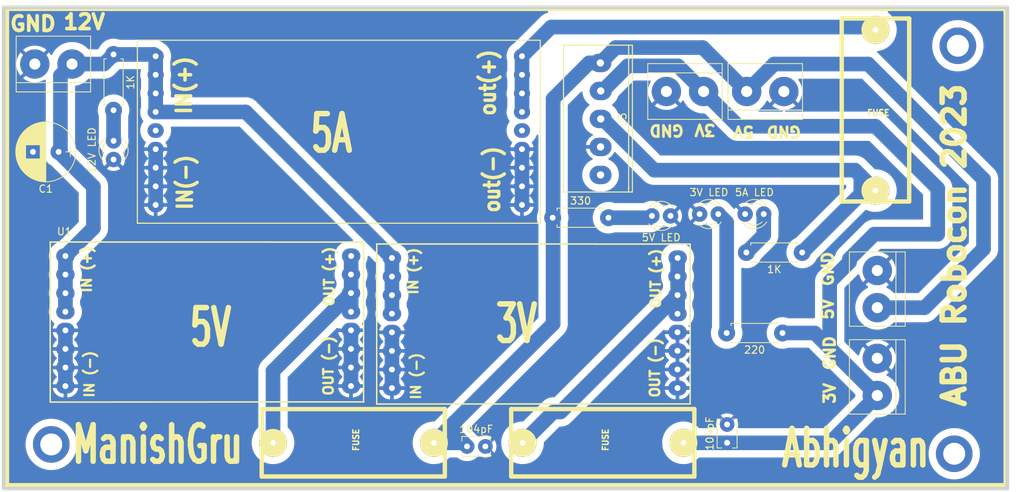
<source format=kicad_pcb>
(kicad_pcb (version 20211014) (generator pcbnew)
  (layers (0 "F.Cu" signal) (31 "B.Cu" signal) (34 "B.Paste" user) (35 "F.Paste" user) (36 "B.SilkS" user "B.Silkscreen") (37 "F.SilkS" user "F.Silkscreen") (38 "B.Mask" user) (39 "F.Mask" user) (44 "Edge.Cuts" user))
  (net 0 "")
  (net 1 "12V")
  (net 2 "Net-(F1-Pad1)")
  (net 3 "B5V")
  (net 4 "Net-(F2-Pad1)")
  (net 5 "B3V")
  (net 6 "B5A")
  (net 7 "GND")
  (net 8 "Net-(D1-Pad2)")
  (net 9 "Net-(D2-Pad2)")
  (net 10 "Net-(D3-Pad2)")
  (net 11 "Net-(D4-Pad2)")
  (net 12 "Net-(U3-Pad3)")
  (footprint "Robotics_club_modFiles:Resistor_small" (layer "F.Cu") (at 121.81 59.25 180)
    (fp_text reference "220" (at 3.81 -2.31) (layer "F.SilkS"))
    (fp_text value "220")
    (fp_line (start 7.02 -1.31) (end 7.02 -0.98) (layer "F.SilkS") (width 0.12))
    (fp_line (start 0.6 -1.31) (end 7.02 -1.31) (layer "F.SilkS") (width 0.12))
    (fp_line (start 7.02 1.31) (end 7.02 0.98) (layer "F.SilkS") (width 0.12))
    (fp_line (start 0.6 0.98) (end 0.6 1.31) (layer "F.SilkS") (width 0.12))
    (fp_line (start 0.6 -0.98) (end 0.6 -1.31) (layer "F.SilkS") (width 0.12))
    (fp_line (start 0.6 1.31) (end 7.02 1.31) (layer "F.SilkS") (width 0.12))
    (pad "1" thru_hole circle locked (at 0 0 180) (size 2.3 2.3) (drill 0.8) (layers *.Cu *.Mask) (net 5 "B3V"))
    (pad "2" thru_hole circle locked (at 7.62 0 180) (size 2.3 2.3) (drill 0.8) (layers *.Cu *.Mask) (net 9 "Net-(D2-Pad2)"))
  )
  (footprint "Robotics_club_modFiles:Buck_Regulator" (layer "F.Cu") (at 23.93 48.73)
    (fp_text reference "U1" (at -0.14 -3.35) (layer "F.SilkS"))
    (fp_text value "5V")
    (fp_text user "OUT (-)" (at 35.9 15 90) (layer "F.SilkS") (effects (font (size 1.3 1.3) (thickness 0.325))))
    (fp_text user "OUT (+)" (at 36 2.8 90) (layer "F.SilkS") (effects (font (size 1.3 1.3) (thickness 0.325))))
    (fp_text user "IN (+)" (at 2.9 1.8 90) (layer "F.SilkS") (effects (font (size 1.3 1.3) (thickness 0.325))))
    (fp_text user "IN (-)" (at 3.275 16.15 90) (layer "F.SilkS") (effects (font (size 1.3 1.3) (thickness 0.3))))
    (fp_line (start 27.7 -1.9) (end 27.9 -1.9) (layer "F.SilkS") (width 0.2))
    (fp_line (start -2.1 -1.91) (end 27.74 -1.91) (layer "F.SilkS") (width 0.2))
    (fp_line (start 27.87 19.94) (end 40.74 19.94) (layer "F.SilkS") (width 0.2))
    (fp_line (start 27.8 -1.9) (end 40.7 -1.9) (layer "F.SilkS") (width 0.2))
    (fp_line (start -2.07 -0.93) (end -2.07 -1.92) (layer "F.SilkS") (width 0.2))
    (fp_line (start 40.7 -1.9) (end 40.7 19.9) (layer "F.SilkS") (width 0.2))
    (fp_line (start -2.08 19.96) (end 27.91 19.94) (layer "F.SilkS") (width 0.2))
    (fp_line (start -2.08 -0.9) (end -2.08 19.9) (layer "F.SilkS") (width 0.2))
    (pad "1" thru_hole oval (at 0 5.08) (size 2.5 2.05) (drill 0.8) (layers *.Cu *.Mask) (net 1 "12V"))
    (pad "1" thru_hole oval (at 0 2.54) (size 2.5 2.05) (drill 0.8) (layers *.Cu *.Mask) (net 1 "12V"))
    (pad "1" thru_hole oval (at 0 0) (size 2.5 2.05) (drill 0.8) (layers *.Cu *.Mask) (net 1 "12V"))
    (pad "1" thru_hole oval (at 0 7.62) (size 2.5 2.05) (drill 0.8) (layers *.Cu *.Mask) (net 1 "12V"))
    (pad "2" thru_hole oval (at 0 12.7) (size 2.5 2.05) (drill 0.8) (layers *.Cu *.Mask) (net 7 "GND"))
    (pad "2" thru_hole oval (at 0 15.24) (size 2.5 2.05) (drill 0.8) (layers *.Cu *.Mask) (net 7 "GND"))
    (pad "2" thru_hole oval (at 0 10.16) (size 2.5 2.05) (drill 0.8) (layers *.Cu *.Mask) (net 7 "GND"))
    (pad "2" thru_hole oval (at 0 17.78) (size 2.5 2.05) (drill 0.8) (layers *.Cu *.Mask) (net 7 "GND"))
    (pad "3" thru_hole oval (at 38.98 7.63) (size 2.5 2.05) (drill 0.8) (layers *.Cu *.Mask) (net 2 "Net-(F1-Pad1)"))
    (pad "3" thru_hole oval (at 38.98 5.07) (size 2.5 2.05) (drill 0.8) (layers *.Cu *.Mask) (net 2 "Net-(F1-Pad1)"))
    (pad "3" thru_hole oval (at 38.98 2.53) (size 2.5 2.05) (drill 0.8) (layers *.Cu *.Mask) (net 2 "Net-(F1-Pad1)"))
    (pad "3" thru_hole oval (at 39 0) (size 2.5 2.05) (drill 0.8) (layers *.Cu *.Mask) (net 2 "Net-(F1-Pad1)"))
    (pad "4" thru_hole oval (at 38.98 12.69) (size 2.5 2.05) (drill 0.8) (layers *.Cu *.Mask) (net 7 "GND"))
    (pad "4" thru_hole oval (at 38.98 15.23) (size 2.5 2.05) (drill 0.8) (layers *.Cu *.Mask) (net 7 "GND"))
    (pad "4" thru_hole oval (at 38.98 10.15) (size 2.5 2.05) (drill 0.8) (layers *.Cu *.Mask) (net 7 "GND"))
    (pad "4" thru_hole oval (at 38.98 17.77) (size 2.5 2.05) (drill 0.8) (layers *.Cu *.Mask) (net 7 "GND"))
  )
  (footprint "Robotics_club_modFiles:Capacitor_Disc_Small" (layer "F.Cu") (at 114.25 74.25 90)
    (fp_text reference "104pF" (at 1.25 -2.36 90) (layer "F.SilkS"))
    (fp_text value "104pF")
    (fp_line (start -0.71 0.75) (end -0.71 1.36) (layer "F.SilkS") (width 0.12))
    (fp_line (start 3.21 -1.36) (end 3.21 -0.75) (layer "F.SilkS") (width 0.12))
    (fp_line (start 3.21 0.75) (end 3.21 1.36) (layer "F.SilkS") (width 0.12))
    (fp_line (start -0.71 1.36) (end 3.21 1.36) (layer "F.SilkS") (width 0.12))
    (fp_line (start -0.71 -1.36) (end 3.21 -1.36) (layer "F.SilkS") (width 0.12))
    (fp_line (start -0.71 -1.36) (end -0.71 -0.75) (layer "F.SilkS") (width 0.12))
    (pad "1" thru_hole circle locked (at 0 0 90) (size 2 2) (drill 0.8) (layers *.Cu *.Mask) (net 5 "B3V"))
    (pad "2" thru_hole circle locked (at 2.5 0 90) (size 2 2) (drill 0.8) (layers *.Cu *.Mask) (net 7 "GND"))
  )
  (footprint "Robotics_club_modFiles:Capacitor_Disc_Small" (layer "F.Cu") (at 78.75 74.75)
    (fp_text reference "104pF" (at 1.25 -2.36) (layer "F.SilkS"))
    (fp_text value "104pf")
    (fp_line (start 3.21 0.75) (end 3.21 1.36) (layer "F.SilkS") (width 0.12))
    (fp_line (start -0.71 0.75) (end -0.71 1.36) (layer "F.SilkS") (width 0.12))
    (fp_line (start -0.71 1.36) (end 3.21 1.36) (layer "F.SilkS") (width 0.12))
    (fp_line (start -0.71 -1.36) (end -0.71 -0.75) (layer "F.SilkS") (width 0.12))
    (fp_line (start -0.71 -1.36) (end 3.21 -1.36) (layer "F.SilkS") (width 0.12))
    (fp_line (start 3.21 -1.36) (end 3.21 -0.75) (layer "F.SilkS") (width 0.12))
    (pad "1" thru_hole circle locked (at 0 0) (size 2 2) (drill 0.8) (layers *.Cu *.Mask) (net 3 "B5V"))
    (pad "2" thru_hole circle locked (at 2.5 0) (size 2 2) (drill 0.8) (layers *.Cu *.Mask) (net 7 "GND"))
  )
  (footprint "Robotics_club_modFiles:Capacitor_100uF" (layer "F.Cu") (at 23 34.5 180)
    (fp_text reference "C1" (at 1.75 -5.06) (layer "F.SilkS"))
    (fp_text value "100uF")
    (fp_line (start 3.151 0.98) (end 3.151 3.803) (layer "F.SilkS") (width 0.12))
    (fp_line (start 4.471 0.98) (end 4.471 3.015) (layer "F.SilkS") (width 0.12))
    (fp_line (start 4.351 0.98) (end 4.351 3.118) (layer "F.SilkS") (width 0.12))
    (fp_line (start 2.631 0.98) (end 2.631 3.955) (layer "F.SilkS") (width 0.12))
    (fp_line (start 4.591 -2.904) (end 4.591 2.904) (layer "F.SilkS") (width 0.12))
    (fp_line (start -1.6 -0.65) (end -1.6 0.65) (layer "F.SilkS") (width 0.12))
    (fp_line (start 4.391 -3.084) (end 4.391 -0.98) (layer "F.SilkS") (width 0.12))
    (fp_line (start 3.511 -3.652) (end 3.511 -0.98) (layer "F.SilkS") (width 0.12))
    (fp_line (start 3.311 0.98) (end 3.311 3.741) (layer "F.SilkS") (width 0.12))
    (fp_line (start 4.751 -2.74) (end 4.751 2.74) (layer "F.SilkS") (width 0.12))
    (fp_line (start 1.95 -4.046) (end 1.95 4.046) (layer "F.SilkS") (width 0.12))
    (fp_line (start 3.551 -3.633) (end 3.551 -0.98) (layer "F.SilkS") (width 0.12))
    (fp_line (start 4.431 -3.05) (end 4.431 -0.98) (layer "F.SilkS") (width 0.12))
    (fp_line (start 5.671 -1.127) (end 5.671 1.127) (layer "F.SilkS") (width 0.12))
    (fp_line (start 4.191 -3.243) (end 4.191 -0.98) (layer "F.SilkS") (width 0.12))
    (fp_line (start 3.711 -3.55) (end 3.711 -0.98) (layer "F.SilkS") (width 0.12))
    (fp_line (start 3.671 0.98) (end 3.671 3.572) (layer "F.SilkS") (width 0.12))
    (fp_line (start 3.431 -3.69) (end 3.431 -0.98) (layer "F.SilkS") (width 0.12))
    (fp_line (start 2.711 0.98) (end 2.711 3.936) (layer "F.SilkS") (width 0.12))
    (fp_line (start 3.111 0.98) (end 3.111 3.818) (layer "F.SilkS") (width 0.12))
    (fp_line (start 4.271 0.98) (end 4.271 3.182) (layer "F.SilkS") (width 0.12))
    (fp_line (start 4.391 0.98) (end 4.391 3.084) (layer "F.SilkS") (width 0.12))
    (fp_line (start 5.311 -1.974) (end 5.311 1.974) (layer "F.SilkS") (width 0.12))
    (fp_line (start 3.231 0.98) (end 3.231 3.773) (layer "F.SilkS") (width 0.12))
    (fp_line (start 3.391 0.98) (end 3.391 3.707) (layer "F.SilkS") (width 0.12))
    (fp_line (start 4.151 -3.272) (end 4.151 -0.98) (layer "F.SilkS") (width 0.12))
    (fp_line (start 3.591 0.98) (end 3.591 3.613) (layer "F.SilkS") (width 0.12))
    (fp_line (start 5.511 -1.57) (end 5.511 1.57) (layer "F.SilkS") (width 0.12))
    (fp_line (start 2.631 -3.955) (end 2.631 -0.98) (layer "F.SilkS") (width 0.12))
    (fp_line (start 5.351 -1.902) (end 5.351 1.902) (layer "F.SilkS") (width 0.12))
    (fp_line (start 4.111 -3.301) (end 4.111 -0.98) (layer "F.SilkS") (width 0.12))
    (fp_line (start 4.231 -3.213) (end 4.231 -0.98) (layer "F.SilkS") (width 0.12))
    (fp_line (start 3.631 0.98) (end 3.631 3.593) (layer "F.SilkS") (width 0.12))
    (fp_line (start 2.871 0.98) (end 2.871 3.894) (layer "F.SilkS") (width 0.12))
    (fp_line (start 3.351 -3.725) (end 3.351 -0.98) (layer "F.SilkS") (width 0.12))
    (fp_line (start 4.151 0.98) (end 4.151 3.272) (layer "F.SilkS") (width 0.12))
    (fp_line (start 3.871 -3.458) (end 3.871 -0.98) (layer "F.SilkS") (width 0.12))
    (fp_line (start 2.831 -3.905) (end 2.831 -0.98) (layer "F.SilkS") (width 0.12))
    (fp_line (start 2.11 -4.035) (end 2.11 4.035) (layer "F.SilkS") (width 0.12))
    (fp_line (start 4.831 -2.652) (end 4.831 2.652) (layer "F.SilkS") (width 0.12))
    (fp_line (start 2.911 -3.883) (end 2.911 -0.98) (layer "F.SilkS") (width 0.12))
    (fp_line (start 4.031 0.98) (end 4.031 3.356) (layer "F.SilkS") (width 0.12))
    (fp_line (start 3.071 -3.832) (end 3.071 -0.98) (layer "F.SilkS") (width 0.12))
    (fp_line (start 3.511 0.98) (end 3.511 3.652) (layer "F.SilkS") (width 0.12))
    (fp_line (start 3.271 0.98) (end 3.271 3.758) (layer "F.SilkS") (width 0.12))
    (fp_line (start 5.591 -1.369) (end 5.591 1.369) (layer "F.SilkS") (width 0.12))
    (fp_line (start 4.551 -2.942) (end 4.551 2.942) (layer "F.SilkS") (width 0.12))
    (fp_line (start 3.191 -3.789) (end 3.191 -0.98) (layer "F.SilkS") (width 0.12))
    (fp_line (start 3.191 0.98) (end 3.191 3.789) (layer "F.SilkS") (width 0.12))
    (fp_line (start 3.631 -3.593) (end 3.631 -0.98) (layer "F.SilkS") (width 0.12))
    (fp_line (start 3.791 -3.505) (end 3.791 -0.98) (layer "F.SilkS") (width 0.12))
    (fp_line (start 2.751 0.98) (end 2.751 3.926) (layer "F.SilkS") (width 0.12))
    (fp_line (start 4.631 -2.865) (end 4.631 2.865) (layer "F.SilkS") (width 0.12))
    (fp_line (start 5.711 -0.983) (end 5.711 0.983) (layer "F.SilkS") (width 0.12))
    (fp_line (start 2.31 -4.012) (end 2.31 4.012) (layer "F.SilkS") (width 0.12))
    (fp_line (start 3.831 0.98) (end 3.831 3.482) (layer "F.SilkS") (width 0.12))
    (fp_line (start 3.591 -3.613) (end 3.591 -0.98) (layer "F.SilkS") (width 0.12))
    (fp_line (start 2.39 -4) (end 2.39 4) (layer "F.SilkS") (width 0.12))
    (fp_line (start 5.191 -2.173) (end 5.191 2.173) (layer "F.SilkS") (width 0.12))
    (fp_line (start 2.591 0.98) (end 2.591 3.963) (layer "F.SilkS") (width 0.12))
    (fp_line (start 3.271 -3.758) (end 3.271 -0.98) (layer "F.SilkS") (width 0.12))
    (fp_line (start 3.991 -3.383) (end 3.991 -0.98) (layer "F.SilkS") (width 0.12))
    (fp_line (start 5.111 -2.293) (end 5.111 2.293) (layer "F.SilkS") (width 0.12))
    (fp_line (start 2.751 -3.926) (end 2.751 -0.98) (layer "F.SilkS") (width 0.12))
    (fp_line (start 3.471 -3.671) (end 3.471 -0.98) (layer "F.SilkS") (width 0.12))
    (fp_line (start 2.911 0.98) (end 2.911 3.883) (layer "F.SilkS") (width 0.12))
    (fp_line (start 2.791 0.98) (end 2.791 3.916) (layer "F.SilkS") (width 0.12))
    (fp_line (start 2.35 -4.006) (end 2.35 4.006) (layer "F.SilkS") (width 0.12))
    (fp_line (start 4.671 -2.824) (end 4.671 2.824) (layer "F.SilkS") (width 0.12))
    (fp_line (start 3.391 -3.707) (end 3.391 -0.98) (layer "F.SilkS") (width 0.12))
    (fp_line (start 4.711 -2.783) (end 4.711 2.783) (layer "F.SilkS") (width 0.12))
    (fp_line (start 2.07 -4.038) (end 2.07 4.038) (layer "F.SilkS") (width 0.12))
    (fp_line (start 3.751 0.98) (end 3.751 3.528) (layer "F.SilkS") (width 0.12))
    (fp_line (start 2.991 0.98) (end 2.991 3.858) (layer "F.SilkS") (width 0.12))
    (fp_line (start 5.431 -1.745) (end 5.431 1.745) (layer "F.SilkS") (width 0.12))
    (fp_line (start 2.591 -3.963) (end 2.591 -0.98) (layer "F.SilkS") (width 0.12))
    (fp_line (start 2.511 -3.979) (end 2.511 3.979) (layer "F.SilkS") (width 0.12))
    (fp_line (start 5.071 -2.349) (end 5.071 2.349) (layer "F.SilkS") (width 0.12))
    (fp_line (start -2.2 0) (end -1 0) (layer "F.SilkS") (width 0.12))
    (fp_line (start 4.871 -2.605) (end 4.871 2.605) (layer "F.SilkS") (width 0.12))
    (fp_line (start 3.471 0.98) (end 3.471 3.671) (layer "F.SilkS") (width 0.12))
    (fp_line (start 4.951 -2.508) (end 4.951 2.508) (layer "F.SilkS") (width 0.12))
    (fp_line (start 2.711 -3.936) (end 2.711 -0.98) (layer "F.SilkS") (width 0.12))
    (fp_line (start 3.871 0.98) (end 3.871 3.458) (layer "F.SilkS") (width 0.12))
    (fp_line (start 4.311 -3.15) (end 4.311 -0.98) (layer "F.SilkS") (width 0.12))
    (fp_line (start 2.23 -4.022) (end 2.23 4.022) (layer "F.SilkS") (width 0.12))
    (fp_line (start 3.751 -3.528) (end 3.751 -0.98) (layer "F.SilkS") (width 0.12))
    (fp_line (start 3.951 -3.408) (end 3.951 -0.98) (layer "F.SilkS") (width 0.12))
    (fp_line (start 3.551 0.98) (end 3.551 3.633) (layer "F.SilkS") (width 0.12))
    (fp_line (start 2.43 -3.994) (end 2.43 3.994) (layer "F.SilkS") (width 0.12))
    (fp_line (start 1.99 -4.043) (end 1.99 4.043) (layer "F.SilkS") (width 0.12))
    (fp_line (start 4.031 -3.356) (end 4.031 -0.98) (layer "F.SilkS") (width 0.12))
    (fp_line (start 5.391 -1.826) (end 5.391 1.826) (layer "F.SilkS") (width 0.12))
    (fp_line (start 3.351 0.98) (end 3.351 3.725) (layer "F.SilkS") (width 0.12))
    (fp_line (start 4.511 -2.979) (end 4.511 2.979) (layer "F.SilkS") (width 0.12))
    (fp_line (start 2.19 -4.027) (end 2.19 4.027) (layer "F.SilkS") (width 0.12))
    (fp_line (start 5.031 -2.404) (end 5.031 2.404) (layer "F.SilkS") (width 0.12))
    (fp_line (start 3.031 -3.845) (end 3.031 -0.98) (layer "F.SilkS") (width 0.12))
    (fp_line (start 2.991 -3.858) (end 2.991 -0.98) (layer "F.SilkS") (width 0.12))
    (fp_line (start 4.911 -2.557) (end 4.911 2.557) (layer "F.SilkS") (width 0.12))
    (fp_line (start 2.791 -3.916) (end 2.791 -0.98) (layer "F.SilkS") (width 0.12))
    (fp_line (start 4.351 -3.118) (end 4.351 -0.98) (layer "F.SilkS") (width 0.12))
    (fp_line (start 3.151 -3.803) (end 3.151 -0.98) (layer "F.SilkS") (width 0.12))
    (fp_line (start 2.15 -4.031) (end 2.15 4.031) (layer "F.SilkS") (width 0.12))
    (fp_line (start 2.27 -4.017) (end 2.27 4.017) (layer "F.SilkS") (width 0.12))
    (fp_line (start 2.551 0.98) (end 2.551 3.971) (layer "F.SilkS") (width 0.12))
    (fp_line (start 3.991 0.98) (end 3.991 3.383) (layer "F.SilkS") (width 0.12))
    (fp_line (start 5.551 -1.473) (end 5.551 1.473) (layer "F.SilkS") (width 0.12))
    (fp_line (start 5.751 -0.814) (end 5.751 0.814) (layer "F.SilkS") (width 0.12))
    (fp_line (start 5.271 -2.043) (end 5.271 2.043) (layer "F.SilkS") (width 0.12))
    (fp_line (start 3.831 -3.482) (end 3.831 -0.98) (layer "F.SilkS") (width 0.12))
    (fp_line (start 2.951 0.98) (end 2.951 3.87) (layer "F.SilkS") (width 0.12))
    (fp_line (start 5.631 -1.254) (end 5.631 1.254) (layer "F.SilkS") (width 0.12))
    (fp_line (start 3.431 0.98) (end 3.431 3.69) (layer "F.SilkS") (width 0.12))
    (fp_line (start 3.671 -3.572) (end 3.671 -0.98) (layer "F.SilkS") (width 0.12))
    (fp_line (start 2.03 -4.041) (end 2.03 4.041) (layer "F.SilkS") (width 0.12))
    (fp_line (start 2.671 -3.946) (end 2.671 -0.98) (layer "F.SilkS") (width 0.12))
    (fp_line (start 2.871 -3.894) (end 2.871 -0.98) (layer "F.SilkS") (width 0.12))
    (fp_line (start 3.951 0.98) (end 3.951 3.408) (layer "F.SilkS") (width 0.12))
    (fp_line (start 2.831 0.98) (end 2.831 3.905) (layer "F.SilkS") (width 0.12))
    (fp_line (start 1.91 -4.047) (end 1.91 4.047) (layer "F.SilkS") (width 0.12))
    (fp_line (start 4.431 0.98) (end 4.431 3.05) (layer "F.SilkS") (width 0.12))
    (fp_line (start 3.711 0.98) (end 3.711 3.55) (layer "F.SilkS") (width 0.12))
    (fp_line (start 5.471 -1.66) (end 5.471 1.66) (layer "F.SilkS") (width 0.12))
    (fp_line (start 4.311 0.98) (end 4.311 3.15) (layer "F.SilkS") (width 0.12))
    (fp_line (start 5.231 -2.109) (end 5.231 2.109) (layer "F.SilkS") (width 0.12))
    (fp_line (start 3.911 -3.434) (end 3.911 -0.98) (layer "F.SilkS") (width 0.12))
    (fp_line (start 3.071 0.98) (end 3.071 3.832) (layer "F.SilkS") (width 0.12))
    (fp_line (start 3.311 -3.741) (end 3.311 -0.98) (layer "F.SilkS") (width 0.12))
    (fp_line (start 4.111 0.98) (end 4.111 3.301) (layer "F.SilkS") (width 0.12))
    (fp_line (start 1.83 -4.05) (end 1.83 4.05) (layer "F.SilkS") (width 0.12))
    (fp_line (start 3.791 0.98) (end 3.791 3.505) (layer "F.SilkS") (width 0.12))
    (fp_line (start 4.271 -3.182) (end 4.271 -0.98) (layer "F.SilkS") (width 0.12))
    (fp_line (start 3.231 -3.773) (end 3.231 -0.98) (layer "F.SilkS") (width 0.12))
    (fp_line (start 1.79 -4.05) (end 1.79 4.05) (layer "F.SilkS") (width 0.12))
    (fp_line (start 4.991 -2.457) (end 4.991 2.457) (layer "F.SilkS") (width 0.12))
    (fp_line (start 3.911 0.98) (end 3.911 3.434) (layer "F.SilkS") (width 0.12))
    (fp_line (start 2.551 -3.971) (end 2.551 -0.98) (layer "F.SilkS") (width 0.12))
    (fp_line (start 4.231 0.98) (end 4.231 3.213) (layer "F.SilkS") (width 0.12))
    (fp_line (start 2.951 -3.87) (end 2.951 -0.98) (layer "F.SilkS") (width 0.12))
    (fp_line (start 5.151 -2.234) (end 5.151 2.234) (layer "F.SilkS") (width 0.12))
    (fp_line (start 2.471 -3.987) (end 2.471 3.987) (layer "F.SilkS") (width 0.12))
    (fp_line (start 2.671 0.98) (end 2.671 3.946) (layer "F.SilkS") (width 0.12))
    (fp_line (start 4.791 -2.697) (end 4.791 2.697) (layer "F.SilkS") (width 0.12))
    (fp_line (start 5.791 -0.598) (end 5.791 0.598) (layer "F.SilkS") (width 0.12))
    (fp_line (start 4.191 0.98) (end 4.191 3.243) (layer "F.SilkS") (width 0.12))
    (fp_line (start 1.75 -4.05) (end 1.75 4.05) (layer "F.SilkS") (width 0.12))
    (fp_line (start 3.031 0.98) (end 3.031 3.845) (layer "F.SilkS") (width 0.12))
    (fp_line (start 1.87 -4.049) (end 1.87 4.049) (layer "F.SilkS") (width 0.12))
    (fp_line (start 3.111 -3.818) (end 3.111 -0.98) (layer "F.SilkS") (width 0.12))
    (fp_line (start 4.471 -3.015) (end 4.471 -0.98) (layer "F.SilkS") (width 0.12))
    (fp_line (start 5.831 -0.246) (end 5.831 0.246) (layer "F.SilkS") (width 0.12))
    (fp_line (start 4.071 -3.329) (end 4.071 -0.98) (layer "F.SilkS") (width 0.12))
    (fp_line (start 4.071 0.98) (end 4.071 3.329) (layer "F.SilkS") (width 0.12))
    (fp_circle (center 1.75 0) (end 5.84 0) (layer "F.SilkS") (width 0.12) (fill none))
    (pad "1" thru_hole circle locked (at 0 0 180) (size 2.2 2.2) (drill 0.8) (layers *.Cu *.Mask) (net 1 "12V"))
    (pad "2" thru_hole circle locked (at 3.5 0 180) (size 2.2 2.2) (drill 0.8) (layers *.Cu *.Mask) (net 7 "GND"))
  )
  (footprint "Robotics_club_modFiles:Buck_Regulator" (layer "F.Cu") (at 68.5 49)
    (fp_text reference "U2" hide)
    (fp_text value "3V")
    (fp_text user "IN (-)" (at 3.275 16.15 90) (layer "F.SilkS") (effects (font (size 1.3 1.3) (thickness 0.3))))
    (fp_text user "OUT (-)" (at 35.9 15 90) (layer "F.SilkS") (effects (font (size 1.3 1.3) (thickness 0.325))))
    (fp_text user "OUT (+)" (at 36 2.8 90) (layer "F.SilkS") (effects (font (size 1.3 1.3) (thickness 0.325))))
    (fp_text user "IN (+)" (at 2.9 1.8 90) (layer "F.SilkS") (effects (font (size 1.3 1.3) (thickness 0.325))))
    (fp_line (start 40.7 -1.9) (end 40.7 19.9) (layer "F.SilkS") (width 0.2))
    (fp_line (start 27.7 -1.9) (end 27.9 -1.9) (layer "F.SilkS") (width 0.2))
    (fp_line (start 27.87 19.94) (end 40.74 19.94) (layer "F.SilkS") (width 0.2))
    (fp_line (start -2.08 19.96) (end 27.91 19.94) (layer "F.SilkS") (width 0.2))
    (fp_line (start -2.07 -0.93) (end -2.07 -1.92) (layer "F.SilkS") (width 0.2))
    (fp_line (start -2.1 -1.91) (end 27.74 -1.91) (layer "F.SilkS") (width 0.2))
    (fp_line (start 27.8 -1.9) (end 40.7 -1.9) (layer "F.SilkS") (width 0.2))
    (fp_line (start -2.08 -0.9) (end -2.08 19.9) (layer "F.SilkS") (width 0.2))
    (pad "1" thru_hole oval (at 0 7.62) (size 2.5 2.05) (drill 0.8) (layers *.Cu *.Mask) (net 1 "12V"))
    (pad "1" thru_hole oval (at 0 2.54) (size 2.5 2.05) (drill 0.8) (layers *.Cu *.Mask) (net 1 "12V"))
    (pad "1" thru_hole oval (at 0 0) (size 2.5 2.05) (drill 0.8) (layers *.Cu *.Mask) (net 1 "12V"))
    (pad "1" thru_hole oval (at 0 5.08) (size 2.5 2.05) (drill 0.8) (layers *.Cu *.Mask) (net 1 "12V"))
    (pad "2" thru_hole oval (at 0 10.16) (size 2.5 2.05) (drill 0.8) (layers *.Cu *.Mask) (net 7 "GND"))
    (pad "2" thru_hole oval (at 0 12.7) (size 2.5 2.05) (drill 0.8) (layers *.Cu *.Mask) (net 7 "GND"))
    (pad "2" thru_hole oval (at 0 17.78) (size 2.5 2.05) (drill 0.8) (layers *.Cu *.Mask) (net 7 "GND"))
    (pad "2" thru_hole oval (at 0 15.24) (size 2.5 2.05) (drill 0.8) (layers *.Cu *.Mask) (net 7 "GND"))
    (pad "3" thru_hole oval (at 38.98 7.63) (size 2.5 2.05) (drill 0.8) (layers *.Cu *.Mask) (net 4 "Net-(F2-Pad1)"))
    (pad "3" thru_hole oval (at 38.98 2.53) (size 2.5 2.05) (drill 0.8) (layers *.Cu *.Mask) (net 4 "Net-(F2-Pad1)"))
    (pad "3" thru_hole oval (at 38.98 5.07) (size 2.5 2.05) (drill 0.8) (layers *.Cu *.Mask) (net 4 "Net-(F2-Pad1)"))
    (pad "3" thru_hole oval (at 39 0) (size 2.5 2.05) (drill 0.8) (layers *.Cu *.Mask) (net 4 "Net-(F2-Pad1)"))
    (pad "4" thru_hole oval (at 38.98 17.77) (size 2.5 2.05) (drill 0.8) (layers *.Cu *.Mask) (net 7 "GND"))
    (pad "4" thru_hole oval (at 38.98 10.15) (size 2.5 2.05) (drill 0.8) (layers *.Cu *.Mask) (net 7 "GND"))
    (pad "4" thru_hole oval (at 38.98 15.23) (size 2.5 2.05) (drill 0.8) (layers *.Cu *.Mask) (net 7 "GND"))
    (pad "4" thru_hole oval (at 38.98 12.69) (size 2.5 2.05) (drill 0.8) (layers *.Cu *.Mask) (net 7 "GND"))
  )
  (footprint "Robotics_club_modFiles:bornier2" (layer "F.Cu") (at 19.75 22.5)
    (fp_text reference "J1" hide)
    (fp_text value "Bournier")
    (fp_line (start -2.54 3.81) (end 7.62 3.81) (layer "F.SilkS") (width 0.12))
    (fp_line (start 7.62 -3.81) (end -2.54 -3.81) (layer "F.SilkS") (width 0.12))
    (fp_line (start 7.62 2.54) (end -2.54 2.54) (layer "F.SilkS") (width 0.12))
    (fp_line (start -2.54 -3.81) (end -2.54 3.81) (layer "F.SilkS") (width 0.12))
    (fp_line (start 7.62 3.81) (end 7.62 -3.81) (layer "F.SilkS") (width 0.12))
    (pad "1" thru_hole circle locked (at 0 0) (size 4 4) (drill 1.52) (layers *.Cu *.Mask) (net 7 "GND"))
    (pad "2" thru_hole circle locked (at 5.08 0) (size 4 4) (drill 1.52) (layers *.Cu *.Mask) (net 1 "12V"))
  )
  (footprint "Robotics_club_modFiles:bornier2" (layer "F.Cu") (at 111.04 26.25 180)
    (fp_text reference "J5" hide)
    (fp_text value "Bournier")
    (fp_line (start -2.54 -3.81) (end -2.54 3.81) (layer "F.SilkS") (width 0.12))
    (fp_line (start -2.54 3.81) (end 7.62 3.81) (layer "F.SilkS") (width 0.12))
    (fp_line (start 7.62 3.81) (end 7.62 -3.81) (layer "F.SilkS") (width 0.12))
    (fp_line (start 7.62 -3.81) (end -2.54 -3.81) (layer "F.SilkS") (width 0.12))
    (fp_line (start 7.62 2.54) (end -2.54 2.54) (layer "F.SilkS") (width 0.12))
    (pad "1" thru_hole circle locked (at 0 0 180) (size 4 4) (drill 1.52) (layers *.Cu *.Mask) (net 5 "B3V"))
    (pad "2" thru_hole circle locked (at 5.08 0 180) (size 4 4) (drill 1.52) (layers *.Cu *.Mask) (net 7 "GND"))
  )
  (footprint "Robotics_club_modFiles:Resistor_small" (layer "F.Cu") (at 30.5 21.19 -90)
    (fp_text reference "1K" (at 3.81 -2.31 90) (layer "F.SilkS"))
    (fp_text value "1k")
    (fp_line (start 0.6 0.98) (end 0.6 1.31) (layer "F.SilkS") (width 0.12))
    (fp_line (start 0.6 -0.98) (end 0.6 -1.31) (layer "F.SilkS") (width 0.12))
    (fp_line (start 0.6 -1.31) (end 7.02 -1.31) (layer "F.SilkS") (width 0.12))
    (fp_line (start 7.02 1.31) (end 7.02 0.98) (layer "F.SilkS") (width 0.12))
    (fp_line (start 0.6 1.31) (end 7.02 1.31) (layer "F.SilkS") (width 0.12))
    (fp_line (start 7.02 -1.31) (end 7.02 -0.98) (layer "F.SilkS") (width 0.12))
    (pad "1" thru_hole circle locked (at 0 0 270) (size 2.3 2.3) (drill 0.8) (layers *.Cu *.Mask) (net 1 "12V"))
    (pad "2" thru_hole circle locked (at 7.62 0 270) (size 2.3 2.3) (drill 0.8) (layers *.Cu *.Mask) (net 8 "Net-(D1-Pad2)"))
  )
  (footprint "Robotics_club_modFiles:LED_D3.0mm" (layer "F.Cu") (at 110.5 43)
    (fp_text reference "3V LED" (at 1.27 -2.96) (layer "F.SilkS"))
    (fp_text value "LED")
    (fp_line (start -0.29 -1.236) (end -0.29 -1.08) (layer "F.SilkS") (width 0.12))
    (fp_line (start -0.29 1.08) (end -0.29 1.236) (layer "F.SilkS") (width 0.12))
    (fp_arc (start -0.29 -1.235516) (mid 1.366487 -1.987659) (end 2.942335 -1.078608) (layer "F.SilkS") (width 0.12))
    (fp_arc (start 2.942335 1.078608) (mid 1.366487 1.987659) (end -0.29 1.235516) (layer "F.SilkS") (width 0.12))
    (fp_arc (start 0.229039 -1.08) (mid 1.270117 -1.5) (end 2.31113 -1.079837) (layer "F.SilkS") (width 0.12))
    (fp_arc (start 2.31113 1.079837) (mid 1.270117 1.5) (end 0.229039 1.08) (layer "F.SilkS") (width 0.12))
    (pad "1" thru_hole circle locked (at 0 0) (size 2.1 2.1) (drill 0.8) (layers *.Cu *.Mask) (net 7 "GND"))
    (pad "2" thru_hole circle locked (at 2.54 0) (size 2.1 2.1) (drill 0.8) (layers *.Cu *.Mask) (net 9 "Net-(D2-Pad2)"))
  )
  (footprint "Robotics_club_modFiles:LED_D3.0mm" (layer "F.Cu") (at 116.71 43)
    (fp_text reference "5A LED" (at 1.27 -2.96) (layer "F.SilkS"))
    (fp_text value "LED")
    (fp_line (start -0.29 -1.236) (end -0.29 -1.08) (layer "F.SilkS") (width 0.12))
    (fp_line (start -0.29 1.08) (end -0.29 1.236) (layer "F.SilkS") (width 0.12))
    (fp_arc (start 2.942335 1.078608) (mid 1.366487 1.987659) (end -0.29 1.235516) (layer "F.SilkS") (width 0.12))
    (fp_arc (start 2.31113 1.079837) (mid 1.270117 1.5) (end 0.229039 1.08) (layer "F.SilkS") (width 0.12))
    (fp_arc (start -0.29 -1.235516) (mid 1.366487 -1.987659) (end 2.942335 -1.078608) (layer "F.SilkS") (width 0.12))
    (fp_arc (start 0.229039 -1.08) (mid 1.270117 -1.5) (end 2.31113 -1.079837) (layer "F.SilkS") (width 0.12))
    (pad "1" thru_hole circle locked (at 0 0) (size 2.1 2.1) (drill 0.8) (layers *.Cu *.Mask) (net 7 "GND"))
    (pad "2" thru_hole circle locked (at 2.54 0) (size 2.1 2.1) (drill 0.8) (layers *.Cu *.Mask) (net 10 "Net-(D3-Pad2)"))
  )
  (footprint "Robotics_club_modFiles:bornier2" (layer "F.Cu") (at 116.92 26.25)
    (fp_text reference "J2" hide)
    (fp_text value "Bournier")
    (fp_line (start 7.62 -3.81) (end -2.54 -3.81) (layer "F.SilkS") (width 0.12))
    (fp_line (start -2.54 -3.81) (end -2.54 3.81) (layer "F.SilkS") (width 0.12))
    (fp_line (start -2.54 3.81) (end 7.62 3.81) (layer "F.SilkS") (width 0.12))
    (fp_line (start 7.62 3.81) (end 7.62 -3.81) (layer "F.SilkS") (width 0.12))
    (fp_line (start 7.62 2.54) (end -2.54 2.54) (layer "F.SilkS") (width 0.12))
    (pad "1" thru_hole circle locked (at 0 0) (size 4 4) (drill 1.52) (layers *.Cu *.Mask) (net 3 "B5V"))
    (pad "2" thru_hole circle locked (at 5.08 0) (size 4 4) (drill 1.52) (layers *.Cu *.Mask) (net 7 "GND"))
  )
  (footprint "Robotics_club_modFiles:Buck_5A" (layer "F.Cu") (at 33.75 31.75 90)
    (fp_text reference "U3" hide)
    (fp_text value "5A Buck")
    (fp_text user "out(-)" (at -6.51764 48.43526 90) (layer "F.SilkS") (effects (font (size 2 1.8) (thickness 0.45))))
    (fp_text user "IN(-)" (at -6.9088 6.5024 90) (layer "F.SilkS") (effects (font (size 2 1.8) (thickness 0.45))))
    (fp_text user "IN(+)" (at 6.34492 6.36524 90) (layer "F.SilkS") (effects (font (size 2 1.9) (thickness 0.475))))
    (fp_text user "out(+)" (at 6.70814 47.85868 90) (layer "F.SilkS") (effects (font (size 2 1.8) (thickness 0.45))))
    (fp_line (start -12.5 0) (end -12.5 1) (layer "F.SilkS") (width 0.15))
    (fp_line (start 12.5 0) (end 12.5 55) (layer "F.SilkS") (width 0.15))
    (fp_line (start -12.5 0) (end 12.5 0) (layer "F.SilkS") (width 0.15))
    (fp_line (start -12.5 55) (end -12.5 0) (layer "F.SilkS") (width 0.15))
    (fp_line (start 12.5 55) (end -12.5 55) (layer "F.SilkS") (width 0.15))
    (pad "0" thru_hole oval (at 0.16 2.5 90) (size 2 2.2) (drill 0.8) (layers *.Cu *.Mask))
    (pad "0" thru_hole oval (at 0.16 52.5 90) (size 2 2.2) (drill 0.8) (layers *.Cu *.Mask))
    (pad "1" thru_hole oval (at 5.24 2.5 90) (size 2 2.2) (drill 0.8) (layers *.Cu *.Mask) (net 1 "12V"))
    (pad "1" thru_hole oval (at 7.78 2.5 90) (size 2 2.2) (drill 0.8) (layers *.Cu *.Mask) (net 1 "12V"))
    (pad "1" thru_hole oval (at 2.7 2.5 90) (size 2 2.2) (drill 0.8) (layers *.Cu *.Mask) (net 1 "12V"))
    (pad "1" thru_hole oval (at 10.32 2.5 90) (size 2 2.2) (drill 0.8) (layers *.Cu *.Mask) (net 1 "12V"))
    (pad "2" thru_hole oval (at -7.46 2.5 90) (size 2 2.2) (drill 0.8) (layers *.Cu *.Mask) (net 7 "GND"))
    (pad "2" thru_hole oval (at -2.38 2.5 90) (size 2 2.2) (drill 0.8) (layers *.Cu *.Mask) (net 7 "GND"))
    (pad "2" thru_hole oval (at -10 2.5 90) (size 2 2.2) (drill 0.8) (layers *.Cu *.Mask) (net 7 "GND"))
    (pad "2" thru_hole oval (at -4.92 2.5 90) (size 2 2.2) (drill 0.8) (layers *.Cu *.Mask) (net 7 "GND"))
    (pad "3" thru_hole oval (at 7.78 52.5 90) (size 2 2.2) (drill 0.8) (layers *.Cu *.Mask) (net 12 "Net-(U3-Pad3)"))
    (pad "3" thru_hole oval (at 2.7 52.5 90) (size 2 2.2) (drill 0.8) (layers *.Cu *.Mask) (net 12 "Net-(U3-Pad3)"))
    (pad "3" thru_hole oval (at 10.32 52.5 90) (size 2 2.2) (drill 0.8) (layers *.Cu *.Mask) (net 12 "Net-(U3-Pad3)"))
    (pad "3" thru_hole oval (at 5.24 52.5 90) (size 2 2.2) (drill 0.8) (layers *.Cu *.Mask) (net 12 "Net-(U3-Pad3)"))
    (pad "4" thru_hole oval (at -2.38 52.5 90) (size 2 2.2) (drill 0.8) (layers *.Cu *.Mask) (net 7 "GND"))
    (pad "4" thru_hole oval (at -7.46 52.5 90) (size 2 2.2) (drill 0.8) (layers *.Cu *.Mask) (net 7 "GND"))
    (pad "4" thru_hole oval (at -4.92 52.5 90) (size 2 2.2) (drill 0.8) (layers *.Cu *.Mask) (net 7 "GND"))
    (pad "4" thru_hole oval (at -10 52.5 90) (size 2 2.2) (drill 0.8) (layers *.Cu *.Mask) (net 7 "GND"))
  )
  (footprint "Robotics_club_modFiles:bornier2" (layer "F.Cu") (at 134.75 55.79 90)
    (fp_text reference "J4" hide)
    (fp_text value "Bournier")
    (fp_line (start -2.54 -3.81) (end -2.54 3.81) (layer "F.SilkS") (width 0.12))
    (fp_line (start 7.62 2.54) (end -2.54 2.54) (layer "F.SilkS") (width 0.12))
    (fp_line (start 7.62 -3.81) (end -2.54 -3.81) (layer "F.SilkS") (width 0.12))
    (fp_line (start 7.62 3.81) (end 7.62 -3.81) (layer "F.SilkS") (width 0.12))
    (fp_line (start -2.54 3.81) (end 7.62 3.81) (layer "F.SilkS") (width 0.12))
    (pad "1" thru_hole circle locked (at 0 0 90) (size 4 4) (drill 1.52) (layers *.Cu *.Mask) (net 3 "B5V"))
    (pad "2" thru_hole circle locked (at 5.08 0 90) (size 4 4) (drill 1.52) (layers *.Cu *.Mask) (net 7 "GND"))
  )
  (footprint "Robotics_club_modFiles:Fuse_Holder" (layer "F.Cu") (at 135 29 90)
    (fp_text reference "F3" hide)
    (fp_text value "FUSE" (at -0.154 -0.098) (layer "F.SilkS") (effects (font (size 0.8 0.8) (thickness 0.2))))
    (fp_line (start -12.2809 -5.1054) (end 12.7191 -5.1054) (layer "F.SilkS") (width 0.6))
    (fp_line (start 12.7191 -5.1054) (end 12.7191 4.1046) (layer "F.SilkS") (width 0.6))
    (fp_line (start 12.7191 4.1046) (end -12.2809 4.1046) (layer "F.SilkS") (width 0.6))
    (fp_line (start -12.2809 4.1046) (end -12.2809 -5.1054) (layer "F.SilkS") (width 0.6))
    (pad "1" thru_hole circle locked (at 11.176 -0.508 180) (size 3.81 3.81) (drill 0.762) (layers *.Cu *.Mask "F.SilkS") (net 12 "Net-(U3-Pad3)"))
    (pad "2" thru_hole circle locked (at -10.795 -0.508 180) (size 3.81 3.81) (drill 0.762) (layers *.Cu *.Mask "F.SilkS") (net 6 "B5A"))
  )
  (footprint "Robotics_club_modFiles:Resistor_small" (layer "F.Cu") (at 90.44 43.5)
    (fp_text reference "330" (at 3.81 -2.31) (layer "F.SilkS"))
    (fp_text value "330")
    (fp_line (start 0.6 -0.98) (end 0.6 -1.31) (layer "F.SilkS") (width 0.12))
    (fp_line (start 0.6 -1.31) (end 7.02 -1.31) (layer "F.SilkS") (width 0.12))
    (fp_line (start 0.6 1.31) (end 7.02 1.31) (layer "F.SilkS") (width 0.12))
    (fp_line (start 0.6 0.98) (end 0.6 1.31) (layer "F.SilkS") (width 0.12))
    (fp_line (start 7.02 -1.31) (end 7.02 -0.98) (layer "F.SilkS") (width 0.12))
    (fp_line (start 7.02 1.31) (end 7.02 0.98) (layer "F.SilkS") (width 0.12))
    (pad "1" thru_hole circle locked (at 0 0) (size 2.3 2.3) (drill 0.8) (layers *.Cu *.Mask) (net 3 "B5V"))
    (pad "2" thru_hole circle locked (at 7.62 0) (size 2.3 2.3) (drill 0.8) (layers *.Cu *.Mask) (net 11 "Net-(D4-Pad2)"))
  )
  (footprint "Robotics_club_modFiles:LED_D3.0mm" (layer "F.Cu") (at 30.5 35.54 90)
    (fp_text reference "12V LED" (at 1.27 -2.96 90) (layer "F.SilkS"))
    (fp_text value "LED")
    (fp_line (start -0.29 -1.236) (end -0.29 -1.08) (layer "F.SilkS") (width 0.12))
    (fp_line (start -0.29 1.08) (end -0.29 1.236) (layer "F.SilkS") (width 0.12))
    (fp_arc (start 2.942335 1.078608) (mid 1.366487 1.987659) (end -0.29 1.235516) (layer "F.SilkS") (width 0.12))
    (fp_arc (start -0.29 -1.235516) (mid 1.366487 -1.987659) (end 2.942335 -1.078608) (layer "F.SilkS") (width 0.12))
    (fp_arc (start 2.31113 1.079837) (mid 1.270117 1.5) (end 0.229039 1.08) (layer "F.SilkS") (width 0.12))
    (fp_arc (start 0.229039 -1.08) (mid 1.270117 -1.5) (end 2.31113 -1.079837) (layer "F.SilkS") (width 0.12))
    (pad "1" thru_hole circle locked (at 0 0 90) (size 2.1 2.1) (drill 0.8) (layers *.Cu *.Mask) (net 7 "GND"))
    (pad "2" thru_hole circle locked (at 2.54 0 90) (size 2.1 2.1) (drill 0.8) (layers *.Cu *.Mask) (net 8 "Net-(D1-Pad2)"))
  )
  (footprint "Robotics_club_modFiles:JST_5_BIG" (layer "F.Cu") (at 97 25 -90)
    (fp_text reference "J3" (at 5 -3 90) (layer "F.SilkS"))
    (fp_text value "4 pin JST")
    (fp_line (start -5.08 0.127) (end -5.08 -4.318) (layer "F.SilkS") (width 0.15))
    (fp_line (start 15 -3.8) (end 14.2 -3.8) (layer "F.SilkS") (width 0.15))
    (fp_line (start 14.986 -4.318) (end 14.986 5.08) (layer "F.SilkS") (width 0.15))
    (fp_line (start -5.08 -3.81) (end 14.605 -3.81) (layer "F.SilkS") (width 0.15))
    (fp_line (start -5.08 -4.318) (end 14.986 -4.318) (layer "F.SilkS") (width 0.15))
    (fp_line (start 14.986 5.08) (end -5.08 5.08) (layer "F.SilkS") (width 0.15))
    (fp_line (start -5.08 5.08) (end -5.08 -0.381) (layer "F.SilkS") (width 0.15))
    (pad "1" thru_hole oval locked (at -2.65 0.05 270) (size 2.5 3) (drill 1) (layers *.Cu *.Mask) (net 3 "B5V"))
    (pad "2" thru_hole oval locked (at 1.175 0 270) (size 2.5 3) (drill 1) (layers *.Cu *.Mask) (net 5 "B3V"))
    (pad "3" thru_hole oval locked (at 5 0 270) (size 2.5 3) (drill 1) (layers *.Cu *.Mask) (net 6 "B5A"))
    (pad "4" thru_hole oval locked (at 8.825 0.025 270) (size 2.5 3) (drill 1) (layers *.Cu *.Mask) (net 7 "GND"))
    (pad "5" thru_hole oval locked (at 12.65 0.025 270) (size 2.5 3) (drill 1) (layers *.Cu *.Mask))
  )
  (footprint "Robotics_club_modFiles:bornier2" (layer "F.Cu") (at 134.75 67.79 90)
    (fp_text reference "J6" hide)
    (fp_text value "Bournier")
    (fp_line (start 7.62 2.54) (end -2.54 2.54) (layer "F.SilkS") (width 0.12))
    (fp_line (start 7.62 3.81) (end 7.62 -3.81) (layer "F.SilkS") (width 0.12))
    (fp_line (start -2.54 3.81) (end 7.62 3.81) (layer "F.SilkS") (width 0.12))
    (fp_line (start -2.54 -3.81) (end -2.54 3.81) (layer "F.SilkS") (width 0.12))
    (fp_line (start 7.62 -3.81) (end -2.54 -3.81) (layer "F.SilkS") (width 0.12))
    (pad "1" thru_hole circle locked (at 0 0 90) (size 4 4) (drill 1.52) (layers *.Cu *.Mask) (net 5 "B3V"))
    (pad "2" thru_hole circle locked (at 5.08 0 90) (size 4 4) (drill 1.52) (layers *.Cu *.Mask) (net 7 "GND"))
  )
  (footprint "Robotics_club_modFiles:Fuse_Holder" (layer "F.Cu") (at 97.5 73.7496 180)
    (fp_text reference "F2" hide)
    (fp_text value "FUSE" (at -0.154 -0.098 90) (layer "F.SilkS") (effects (font (size 0.8 0.8) (thickness 0.2))))
    (fp_line (start 12.7191 4.1046) (end -12.2809 4.1046) (layer "F.SilkS") (width 0.6))
    (fp_line (start -12.2809 -5.1054) (end 12.7191 -5.1054) (layer "F.SilkS") (width 0.6))
    (fp_line (start -12.2809 4.1046) (end -12.2809 -5.1054) (layer "F.SilkS") (width 0.6))
    (fp_line (start 12.7191 -5.1054) (end 12.7191 4.1046) (layer "F.SilkS") (width 0.6))
    (pad "1" thru_hole circle locked (at 11.176 -0.508 270) (size 3.81 3.81) (drill 0.762) (layers *.Cu *.Mask "F.SilkS") (net 4 "Net-(F2-Pad1)"))
    (pad "2" thru_hole circle locked (at -10.795 -0.508 270) (size 3.81 3.81) (drill 0.762) (layers *.Cu *.Mask "F.SilkS") (net 5 "B3V"))
  )
  (footprint "Robotics_club_modFiles:Resistor_small" (layer "F.Cu") (at 124.5 48.25 180)
    (fp_text reference "1K" (at 3.81 -2.31) (layer "F.SilkS"))
    (fp_text value "1k")
    (fp_line (start 0.6 1.31) (end 7.02 1.31) (layer "F.SilkS") (width 0.12))
    (fp_line (start 0.6 -1.31) (end 7.02 -1.31) (layer "F.SilkS") (width 0.12))
    (fp_line (start 0.6 -0.98) (end 0.6 -1.31) (layer "F.SilkS") (width 0.12))
    (fp_line (start 7.02 1.31) (end 7.02 0.98) (layer "F.SilkS") (width 0.12))
    (fp_line (start 7.02 -1.31) (end 7.02 -0.98) (layer "F.SilkS") (width 0.12))
    (fp_line (start 0.6 0.98) (end 0.6 1.31) (layer "F.SilkS") (width 0.12))
    (pad "1" thru_hole circle locked (at 0 0 180) (size 2.3 2.3) (drill 0.8) (layers *.Cu *.Mask) (net 6 "B5A"))
    (pad "2" thru_hole circle locked (at 7.62 0 180) (size 2.3 2.3) (drill 0.8) (layers *.Cu *.Mask) (net 10 "Net-(D3-Pad2)"))
  )
  (footprint "Robotics_club_modFiles:Fuse_Holder" (layer "F.Cu") (at 63.4405 73.7496 180)
    (fp_text reference "F1" hide)
    (fp_text value "FUSE" (at -0.154 -0.098 90) (layer "F.SilkS") (effects (font (size 0.8 0.8) (thickness 0.2))))
    (fp_line (start 12.7191 -5.1054) (end 12.7191 4.1046) (layer "F.SilkS") (width 0.6))
    (fp_line (start 12.7191 4.1046) (end -12.2809 4.1046) (layer "F.SilkS") (width 0.6))
    (fp_line (start -12.2809 -5.1054) (end 12.7191 -5.1054) (layer "F.SilkS") (width 0.6))
    (fp_line (start -12.2809 4.1046) (end -12.2809 -5.1054) (layer "F.SilkS") (width 0.6))
    (pad "1" thru_hole circle locked (at 11.176 -0.508 270) (size 3.81 3.81) (drill 0.762) (layers *.Cu *.Mask "F.SilkS") (net 2 "Net-(F1-Pad1)"))
    (pad "2" thru_hole circle locked (at -10.795 -0.508 270) (size 3.81 3.81) (drill 0.762) (layers *.Cu *.Mask "F.SilkS") (net 3 "B5V"))
  )
  (footprint "Robotics_club_modFiles:LED_D3.0mm" (layer "F.Cu") (at 106.525 43.25 180)
    (fp_text reference "5V LED" (at 1.27 -2.96) (layer "F.SilkS"))
    (fp_text value "LED")
    (fp_line (start -0.29 1.08) (end -0.29 1.236) (layer "F.SilkS") (width 0.12))
    (fp_line (start -0.29 -1.236) (end -0.29 -1.08) (layer "F.SilkS") (width 0.12))
    (fp_arc (start -0.29 -1.235516) (mid 1.366487 -1.987659) (end 2.942335 -1.078608) (layer "F.SilkS") (width 0.12))
    (fp_arc (start 2.31113 1.079837) (mid 1.270117 1.5) (end 0.229039 1.08) (layer "F.SilkS") (width 0.12))
    (fp_arc (start 0.229039 -1.08) (mid 1.270117 -1.5) (end 2.31113 -1.079837) (layer "F.SilkS") (width 0.12))
    (fp_arc (start 2.942335 1.078608) (mid 1.366487 1.987659) (end -0.29 1.235516) (layer "F.SilkS") (width 0.12))
    (pad "1" thru_hole circle locked (at 0 0 180) (size 2.1 2.1) (drill 0.8) (layers *.Cu *.Mask) (net 7 "GND"))
    (pad "2" thru_hole circle locked (at 2.54 0 180) (size 2.1 2.1) (drill 0.8) (layers *.Cu *.Mask) (net 11 "Net-(D4-Pad2)"))
  )
  (gr_rect (start 16 80) (end 152.25 15) (layer "F.SilkS") (width 0.5) (fill none))
  (gr_rect (start 15.5 14.75) (end 152.5 80.5) (layer "Edge.Cuts") (width 0.5) (fill none))
  (gr_text "3V" (at 111.21 31.5 180) (layer "F.SilkS") (effects (font (size 1.5 1.5) (thickness 0.375))))
  (gr_text "GND" (at 105.994274 31.573066 180) (layer "F.SilkS") (effects (font (size 1.5 1.5) (thickness 0.375))))
  (gr_text "5V" (at 116.5 31.75 180) (layer "F.SilkS") (effects (font (size 1.5 1.5) (thickness 0.375))))
  (gr_text "ManishGru" (at 36.5 74.5) (layer "F.SilkS") (effects (font (size 5 3) (thickness 0.75))))
  (gr_text "12V" (at 26.5 16.75) (layer "F.SilkS") (effects (font (size 2 2) (thickness 0.5))))
  (gr_text "GND" (at 128.25 62 90) (layer "F.SilkS") (effects (font (size 1.5 1.5) (thickness 0.375))))
  (gr_text "GND" (at 122 31.75 180) (layer "F.SilkS") (effects (font (size 1.5 1.5) (thickness 0.375))))
  (gr_text "3V" (at 85.5 58) (layer "F.SilkS") (effects (font (size 5 3) (thickness 0.75))))
  (gr_text "5V" (at 128 56 90) (layer "F.SilkS") (effects (font (size 1.5 1.5) (thickness 0.375))))
  (gr_text "5A" (at 60.25 32) (layer "F.SilkS") (effects (font (size 5 3) (thickness 0.75))))
  (gr_text "ABU Robocon 2023" (at 145.25 47.25 90) (layer "F.SilkS") (effects (font (size 3 3) (thickness 0.75))))
  (gr_text "3V" (at 128.25 67.5 90) (layer "F.SilkS") (effects (font (size 1.5 1.5) (thickness 0.375))))
  (gr_text "Abhigyan" (at 131.75 75) (layer "F.SilkS") (effects (font (size 5 3) (thickness 0.75))))
  (gr_text "GND" (at 128 50.5 90) (layer "F.SilkS") (effects (font (size 1.5 1.5) (thickness 0.375))))
  (gr_text "GND" (at 19.5 17) (layer "F.SilkS") (effects (font (size 2 2) (thickness 0.5))))
  (gr_text "5V" (at 43.75 58.5) (layer "F.SilkS") (effects (font (size 5 3) (thickness 0.75))))
  (via (at 145.25 75.75) (size 5) (drill 3) (layers "F.Cu" "B.Cu") (net 0))
  (via (at 145.75 20) (size 5) (drill 3) (layers "F.Cu" "B.Cu") (net 0))
  (via (at 21.997141 74.474275) (size 5) (drill 3) (layers "F.Cu" "B.Cu") (net 0))
  (segment (start 23.93 48.73) (end 23.93 56.35) (width 2) (layer "B.Cu") (net 1))
  (segment (start 27.75 44.91) (end 23.93 48.73) (width 2) (layer "B.Cu") (net 1))
  (segment (start 24.83 22.5) (end 23.25 24.08) (width 2) (layer "B.Cu") (net 1))
  (segment (start 23.25 24.08) (end 23.25 34.25) (width 2) (layer "B.Cu") (net 1))
  (segment (start 48.55 29.05) (end 68.5 49) (width 2) (layer "B.Cu") (net 1))
  (segment (start 24.83 22.5) (end 25.33 23) (width 2) (layer "B.Cu") (net 1))
  (segment (start 24.83 22.5) (end 29.19 22.5) (width 2) (layer "B.Cu") (net 1))
  (segment (start 29.19 22.5) (end 30.5 21.19) (width 2) (layer "B.Cu") (net 1))
  (segment (start 36.01 21.19) (end 36.25 21.43) (width 2) (layer "B.Cu") (net 1))
  (segment (start 27.75 39.25) (end 27.75 44.91) (width 2) (layer "B.Cu") (net 1))
  (segment (start 68.5 56.62) (end 68.5 49) (width 2) (layer "B.Cu") (net 1))
  (segment (start 23.25 34.25) (end 23 34.5) (width 2) (layer "B.Cu") (net 1))
  (segment (start 23 34.5) (end 27.75 39.25) (width 2) (layer "B.Cu") (net 1))
  (segment (start 36.25 21.43) (end 36.25 29.05) (width 2) (layer "B.Cu") (net 1))
  (segment (start 36.25 29.05) (end 48.55 29.05) (width 2) (layer "B.Cu") (net 1))
  (segment (start 30.5 21.19) (end 36.01 21.19) (width 2) (layer "B.Cu") (net 1))
  (segment (start 52.2645 64.4455) (end 52.2645 74.2576) (width 2) (layer "B.Cu") (net 2))
  (segment (start 62.91 53.8) (end 52.2645 64.4455) (width 2) (layer "B.Cu") (net 2))
  (segment (start 62.93 56.34) (end 62.91 56.36) (width 2) (layer "B.Cu") (net 2))
  (segment (start 62.93 48.73) (end 62.93 56.34) (width 2) (layer "B.Cu") (net 2))
  (segment (start 110.92 20.25) (end 116.92 26.25) (width 2) (layer "B.Cu") (net 3))
  (segment (start 90.5 27.25) (end 95.4 22.35) (width 2) (layer "B.Cu") (net 3))
  (segment (start 133.5 22.5) (end 120.67 22.5) (width 2) (layer "B.Cu") (net 3))
  (segment (start 135.46 56.5) (end 134.75 55.79) (width 2) (layer "B.Cu") (net 3))
  (segment (start 78.75 74.75) (end 77.12155 73.12155) (width 2) (layer "B.Cu") (net 3))
  (segment (start 77.12155 71.37155) (end 90.5 57.9931) (width 2) (layer "B.Cu") (net 3))
  (segment (start 95.4 22.35) (end 96.95 22.35) (width 2) (layer "B.Cu") (net 3))
  (segment (start 149.25 38.25) (end 133.5 22.5) (width 2) (layer "B.Cu") (net 3))
  (segment (start 78.2576 74.2576) (end 78.75 74.75) (width 2) (layer "B.Cu") (net 3))
  (segment (start 99.05 20.25) (end 110.92 20.25) (width 2) (layer "B.Cu") (net 3))
  (segment (start 149.25 47.75) (end 149.25 38.25) (width 2) (layer "B.Cu") (net 3))
  (segment (start 74.2355 74.2576) (end 77.12155 71.37155) (width 2) (layer "B.Cu") (net 3))
  (segment (start 90.5 57.9931) (end 90.5 27.25) (width 2) (layer "B.Cu") (net 3))
  (segment (start 96.95 22.35) (end 99.05 20.25) (width 2) (layer "B.Cu") (net 3))
  (segment (start 74.2355 74.2576) (end 78.2576 74.2576) (width 2) (layer "B.Cu") (net 3))
  (segment (start 134.75 55.79) (end 141.21 55.79) (width 2) (layer "B.Cu") (net 3))
  (segment (start 77.12155 73.12155) (end 77.12155 71.37155) (width 2) (layer "B.Cu") (net 3))
  (segment (start 116.35 26.82) (end 116.92 26.25) (width 2) (layer "B.Cu") (net 3))
  (segment (start 141.21 55.79) (end 149.25 47.75) (width 2) (layer "B.Cu") (net 3))
  (segment (start 120.67 22.5) (end 116.92 26.25) (width 2) (layer "B.Cu") (net 3))
  (segment (start 107.48 54.07) (end 91.5145 70.0355) (width 2) (layer "B.Cu") (net 4))
  (segment (start 107.5 49) (end 107.5 56.605) (width 2) (layer "B.Cu") (net 4))
  (segment (start 90.5461 70.0355) (end 86.324 74.2576) (width 2) (layer "B.Cu") (net 4))
  (segment (start 91.5145 70.0355) (end 90.5461 70.0355) (width 2) (layer "B.Cu") (net 4))
  (segment (start 107.5 56.605) (end 107.48 56.625) (width 2) (layer "B.Cu") (net 4))
  (segment (start 128.25 52.260252) (end 130.95 49.560252) (width 2) (layer "B.Cu") (net 5))
  (segment (start 97.264087 26.175) (end 100.689087 22.75) (width 2) (layer "B.Cu") (net 5))
  (segment (start 128.25 61.29) (end 128.25 52.260252) (width 2) (layer "B.Cu") (net 5))
  (segment (start 121.81 59.25) (end 126.21 59.25) (width 2) (layer "B.Cu") (net 5))
  (segment (start 97.25 26.425) (end 97 26.175) (width 2) (layer "B.Cu") (net 5))
  (segment (start 100.689087 22.75) (end 107.54 22.75) (width 2) (layer "B.Cu") (net 5))
  (segment (start 134.335988 45.75) (end 143 45.75) (width 2) (layer "B.Cu") (net 5))
  (segment (start 115.79 31) (end 111.04 26.25) (width 2) (layer "B.Cu") (net 5))
  (segment (start 134.5 31) (end 115.79 31) (width 2) (layer "B.Cu") (net 5))
  (segment (start 130.95 49.560252) (end 130.95 49.135988) (width 2) (layer "B.Cu") (net 5))
  (segment (start 143 39.5) (end 134.5 31) (width 2) (layer "B.Cu") (net 5))
  (segment (start 126.21 59.25) (end 128.25 61.29) (width 2) (layer "B.Cu") (net 5))
  (segment (start 128.2824 74.2576) (end 134.75 67.79) (width 2) (layer "B.Cu") (net 5))
  (segment (start 107.54 22.75) (end 111.04 26.25) (width 2) (layer "B.Cu") (net 5))
  (segment (start 108.295 74.2576) (end 128.2824 74.2576) (width 2) (layer "B.Cu") (net 5))
  (segment (start 143 45.75) (end 143 39.5) (width 2) (layer "B.Cu") (net 5))
  (segment (start 134.75 67.79) (end 128.25 61.29) (width 2) (layer "B.Cu") (net 5))
  (segment (start 97 26.175) (end 97.264087 26.175) (width 2) (layer "B.Cu") (net 5))
  (segment (start 130.95 49.135988) (end 134.335988 45.75) (width 2) (layer "B.Cu") (net 5))
  (segment (start 131.697 37) (end 104.289087 37) (width 2) (layer "B.Cu") (net 6))
  (segment (start 124.5 48.25) (end 132.5 40.25) (width 2) (layer "B.Cu") (net 6))
  (segment (start 104.289087 37) (end 97.289087 30) (width 2) (layer "B.Cu") (net 6))
  (segment (start 132.5 40.25) (end 132.5 37.803) (width 2) (layer "B.Cu") (net 6))
  (segment (start 134.492 39.795) (end 131.697 37) (width 2) (layer "B.Cu") (net 6))
  (segment (start 132.5 37.803) (end 131.697 37) (width 2) (layer "B.Cu") (net 6))
  (segment (start 97.289087 30) (end 97 30) (width 2) (layer "B.Cu") (net 6))
  (segment (start 62.91 58.88) (end 62.91 66.5) (width 2) (layer "B.Cu") (net 7))
  (segment (start 86.25 41.75) (end 86.25 34.13) (width 2) (layer "B.Cu") (net 7))
  (segment (start 36.25 34.13) (end 36.25 41.75) (width 2) (layer "B.Cu") (net 7))
  (segment (start 68.5 66.78) (end 68.5 59.16) (width 2) (layer "B.Cu") (net 7))
  (segment (start 62.9 58.89) (end 62.91 58.88) (width 2) (layer "B.Cu") (net 7))
  (segment (start 23.93 58.89) (end 23.93 66.51) (width 2) (layer "B.Cu") (net 7))
  (segment (start 30.5 28.81) (end 30.5 32.69) (width 2) (layer "B.Cu") (net 8))
  (segment (start 114.19 44.14) (end 113.05 43) (width 2) (layer "B.Cu") (net 9))
  (segment (start 114.19 59.25) (end 114.19 44.14) (width 2) (layer "B.Cu") (net 9))
  (segment (start 119.25 45.88) (end 116.88 48.25) (width 2) (layer "B.Cu") (net 10))
  (segment (start 119.25 43) (end 119.25 45.88) (width 2) (layer "B.Cu") (net 10))
  (segment (start 103.725 43.5) (end 103.975 43.25) (width 2) (layer "B.Cu") (net 11))
  (segment (start 98.06 43.5) (end 103.725 43.5) (width 2) (layer "B.Cu") (net 11))
  (segment (start 86.25 21.43) (end 86.25 29.05) (width 2) (layer "B.Cu") (net 12))
  (segment (start 90.23 17.45) (end 134.118 17.45) (width 2) (layer "B.Cu") (net 12))
  (segment (start 86.25 21.43) (end 90.23 17.45) (width 2) (layer "B.Cu") (net 12))
  (segment (start 134.118 17.45) (end 134.492 17.824) (width 2) (layer "B.Cu") (net 12))
  (zone (net 7) (net_name "GND") (layer "B.Cu") (connect_pads (clearance 0.508)) (min_thickness 0.254) (fill yes (thermal_gap 0.508) (thermal_bridge_width 0.508))
    (polygon (pts (xy 154.783653 14.015108) (xy 154.533653 80.765108) (xy 15 81) (xy 15 13.75)))
  )
)
</source>
